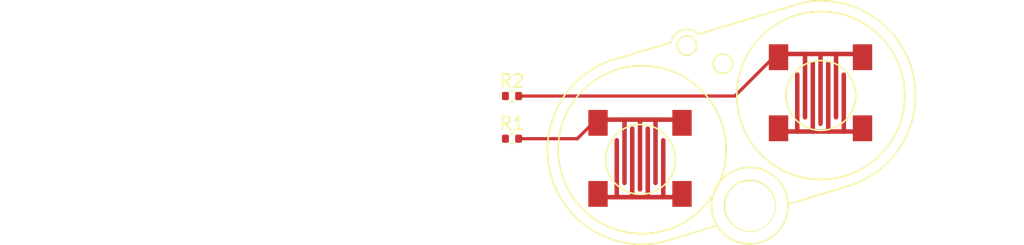
<source format=kicad_pcb>
(kicad_pcb (version 20221018) (generator pcbnew)
  (layers (0 "F.Cu" signal) (31 "B.Cu" signal) (34 "B.Paste" user) (35 "F.Paste" user) (36 "B.SilkS" user "B.Silkscreen") (37 "F.SilkS" user "F.Silkscreen") (38 "B.Mask" user) (39 "F.Mask" user) (44 "Edge.Cuts" user))
  (net 0 "")
  (net 1 "gnd")
  (net 2 "a")
  (net 3 "b")
  (net 4 "vcc")
  (footprint "lib:GAMEBOY_COLOR_A_B_BUTTON_MEMBRANE" (layer "F.Cu") (at 161.68925 73.037716)
    (fp_text reference "U1" hide)
    (fp_text value "" hide)
    (fp_line (start -9.441981 -5.120018) (end -4.59644 -6.5786) (stroke (width 0.127)) (layer "F.SilkS"))
    (fp_line (start -5.397868 8.9101) (end -1.037759 7.59764) (stroke (width 0.127)) (layer "F.SilkS"))
    (fp_line (start -2.482781 -7.21485) (end 5.716209 -9.682868) (stroke (width 0.127)) (layer "F.SilkS"))
    (fp_line (start 4.44319 5.94779) (end 9.094468 4.547681) (stroke (width 0.127)) (layer "F.SilkS"))
    (fp_arc (start -5.397868 8.910096) (mid -13.879167 3.756885) (end -9.441981 -5.120018) (stroke (width 0.127)) (layer "F.SilkS"))
    (fp_arc (start -4.596447 -6.578599) (mid -3.730759 -7.531721) (end -2.482781 -7.21485) (stroke (width 0.127)) (layer "F.SilkS"))
    (fp_arc (start 5.716209 -9.68287) (mid 14.116054 -4.160683) (end 9.094468 4.547681) (stroke (width 0.127)) (layer "F.SilkS"))
    (fp_circle (center -6.959509 2.47845) (end -4.2591 2.47845) (stroke (width 0.127)) (fill none) (layer "F.SilkS"))
    (fp_circle (center -6.84019 1.72794) (end -0.34019 1.72794) (stroke (width 0.127)) (fill none) (layer "F.SilkS"))
    (fp_circle (center -3.37045 -6.334768) (end -2.62045 -6.334768) (stroke (width 0.127)) (fill none) (layer "F.SilkS"))
    (fp_circle (center -0.588131 -4.92575) (end 0.161869 -4.92575) (stroke (width 0.127)) (fill none) (layer "F.SilkS"))
    (fp_circle (center 1.48784 6.058868) (end 3.44528 6.058868) (stroke (width 0.127)) (fill none) (layer "F.SilkS"))
    (fp_circle (center 1.48784 6.058868) (end 4.44528 6.058868) (stroke (width 0.127)) (fill none) (layer "F.SilkS"))
    (fp_circle (center 6.988581 -2.468659) (end 9.688999 -2.468659) (stroke (width 0.127)) (fill none) (layer "F.SilkS"))
    (fp_circle (center 6.988581 -2.468659) (end 13.488581 -2.468659) (stroke (width 0.127)) (fill none) (layer "F.SilkS"))
    (pad "" np_thru_hole circle (at 1.524 6.096) (size 3.81 3.81) (drill 3.81) (layers "*.Cu" "*.Mask"))
  )
  (footprint "lib:R0402" (layer "F.Cu") (at 144.78 73.914)
    (fp_text reference "R1" (at 0 -1.17) (layer "F.SilkS"))
    (fp_text value "62.5mW Thick Film Resistors 50V ±100ppm/℃ ±1% 10kΩ 0402  Chip Resistor - Surface Mount ROHS")
    (fp_line (start -0.153641 -0.38) (end 0.153641 -0.38) (stroke (width 0.12)) (layer "F.SilkS"))
    (fp_line (start -0.153641 0.38) (end 0.153641 0.38) (stroke (width 0.12)) (layer "F.SilkS"))
    (pad "1" smd roundrect (at -0.51 0) (size 0.54 0.64) (layers "F.Cu" "F.Paste" "F.Mask") (net 1 "gnd"))
    (pad "2" smd roundrect (at 0.51 0) (size 0.54 0.64) (layers "F.Cu" "F.Paste" "F.Mask") (net 2 "a"))
  )
  (footprint "lib:GBC_A_B_BUTTON" (layer "F.Cu") (at 154.686 75.438)
    (fp_text reference "U2" hide)
    (fp_text value "" hide)
    (fp_line (start -3 -3) (end -1.2 -3) (stroke (width 0.35)) (layer "F.Cu"))
    (fp_line (start -3 3) (end -1.8 3) (stroke (width 0.35)) (layer "F.Cu"))
    (fp_line (start -1.8 3) (end -1.8 -1.4) (stroke (width 0.35)) (layer "F.Cu"))
    (fp_line (start -1.8 3) (end -0.6 3) (stroke (width 0.35)) (layer "F.Cu"))
    (fp_line (start -1.2 -3) (end -1.2 1.9) (stroke (width 0.35)) (layer "F.Cu"))
    (fp_line (start -1.2 -3) (end 0 -3) (stroke (width 0.35)) (layer "F.Cu"))
    (fp_line (start -0.6 3) (end -0.6 -2.3) (stroke (width 0.35)) (layer "F.Cu"))
    (fp_line (start -0.6 3) (end 0.6 3) (stroke (width 0.35)) (layer "F.Cu"))
    (fp_line (start 0 -3) (end 0 2.4) (stroke (width 0.35)) (layer "F.Cu"))
    (fp_line (start 0 -3) (end 1.2 -3) (stroke (width 0.35)) (layer "F.Cu"))
    (fp_line (start 0.6 3) (end 0.6 -2.3) (stroke (width 0.35)) (layer "F.Cu"))
    (fp_line (start 0.6 3) (end 1.8 3) (stroke (width 0.35)) (layer "F.Cu"))
    (fp_line (start 1.2 -3) (end 1.2 1.9) (stroke (width 0.35)) (layer "F.Cu"))
    (fp_line (start 1.2 -3) (end 3 -3) (stroke (width 0.35)) (layer "F.Cu"))
    (fp_line (start 1.8 3) (end 1.8 -1.4) (stroke (width 0.35)) (layer "F.Cu"))
    (fp_line (start 1.8 3) (end 3 3) (stroke (width 0.35)) (layer "F.Cu"))
    (fp_poly (pts (xy -4 3.75) (xy -2.5 3.75) (xy -2.5 1.75) (xy -4 1.75)) (fill solid) (layer "F.Cu"))
    (pad "1" smd rect (at -3.25 -2.75) (size 1.5 2) (layers "F.Cu" "F.Paste" "F.Mask") (net 2 "a"))
    (pad "2" smd rect (at 0 3) (size 0.25 0.25) (layers "F.Cu") (net 4 "vcc"))
    (pad "3" smd rect (at 3.25 -2.75) (size 1.5 2) (layers "F.Cu" "F.Paste" "F.Mask") (net 2 "a"))
    (pad "4" smd rect (at 3.25 2.75) (size 1.5 2) (layers "F.Cu" "F.Paste" "F.Mask") (net 4 "vcc"))
  )
  (footprint "lib:R0402" (layer "F.Cu") (at 144.78 70.612)
    (fp_text reference "R2" (at 0 -1.17) (layer "F.SilkS"))
    (fp_text value "62.5mW Thick Film Resistors 50V ±100ppm/℃ ±1% 10kΩ 0402  Chip Resistor - Surface Mount ROHS")
    (fp_line (start -0.153641 -0.38) (end 0.153641 -0.38) (stroke (width 0.12)) (layer "F.SilkS"))
    (fp_line (start -0.153641 0.38) (end 0.153641 0.38) (stroke (width 0.12)) (layer "F.SilkS"))
    (pad "1" smd roundrect (at -0.51 0) (size 0.54 0.64) (layers "F.Cu" "F.Paste" "F.Mask") (net 1 "gnd"))
    (pad "2" smd roundrect (at 0.51 0) (size 0.54 0.64) (layers "F.Cu" "F.Paste" "F.Mask") (net 3 "b"))
  )
  (footprint "lib:GBC_A_B_BUTTON" (layer "F.Cu") (at 168.656 70.358)
    (fp_text reference "U3" hide)
    (fp_text value "" hide)
    (fp_line (start -3 -3) (end -1.2 -3) (stroke (width 0.35)) (layer "F.Cu"))
    (fp_line (start -3 3) (end -1.8 3) (stroke (width 0.35)) (layer "F.Cu"))
    (fp_line (start -1.8 3) (end -1.8 -1.4) (stroke (width 0.35)) (layer "F.Cu"))
    (fp_line (start -1.8 3) (end -0.6 3) (stroke (width 0.35)) (layer "F.Cu"))
    (fp_line (start -1.2 -3) (end -1.2 1.9) (stroke (width 0.35)) (layer "F.Cu"))
    (fp_line (start -1.2 -3) (end 0 -3) (stroke (width 0.35)) (layer "F.Cu"))
    (fp_line (start -0.6 3) (end -0.6 -2.3) (stroke (width 0.35)) (layer "F.Cu"))
    (fp_line (start -0.6 3) (end 0.6 3) (stroke (width 0.35)) (layer "F.Cu"))
    (fp_line (start 0 -3) (end 0 2.4) (stroke (width 0.35)) (layer "F.Cu"))
    (fp_line (start 0 -3) (end 1.2 -3) (stroke (width 0.35)) (layer "F.Cu"))
    (fp_line (start 0.6 3) (end 0.6 -2.3) (stroke (width 0.35)) (layer "F.Cu"))
    (fp_line (start 0.6 3) (end 1.8 3) (stroke (width 0.35)) (layer "F.Cu"))
    (fp_line (start 1.2 -3) (end 1.2 1.9) (stroke (width 0.35)) (layer "F.Cu"))
    (fp_line (start 1.2 -3) (end 3 -3) (stroke (width 0.35)) (layer "F.Cu"))
    (fp_line (start 1.8 3) (end 1.8 -1.4) (stroke (width 0.35)) (layer "F.Cu"))
    (fp_line (start 1.8 3) (end 3 3) (stroke (width 0.35)) (layer "F.Cu"))
    (fp_poly (pts (xy -4 3.75) (xy -2.5 3.75) (xy -2.5 1.75) (xy -4 1.75)) (fill solid) (layer "F.Cu"))
    (pad "1" smd rect (at -3.25 -2.75) (size 1.5 2) (layers "F.Cu" "F.Paste" "F.Mask") (net 3 "b"))
    (pad "2" smd rect (at 0 3) (size 0.25 0.25) (layers "F.Cu") (net 4 "vcc"))
    (pad "3" smd rect (at 3.25 -2.75) (size 1.5 2) (layers "F.Cu" "F.Paste" "F.Mask") (net 3 "b"))
    (pad "4" smd rect (at 3.25 2.75) (size 1.5 2) (layers "F.Cu" "F.Paste" "F.Mask") (net 4 "vcc"))
  )
  (segment (start 149.835 73.914) (end 151.061 72.688) (width 0.25) (layer "F.Cu") (net 2))
  (segment (start 145.29 73.914) (end 149.835 73.914) (width 0.25) (layer "F.Cu") (net 2))
  (segment (start 162.027 70.612) (end 165.031 67.608) (width 0.25) (layer "F.Cu") (net 3))
  (segment (start 145.29 70.612) (end 162.027 70.612) (width 0.25) (layer "F.Cu") (net 3))
)
</source>
